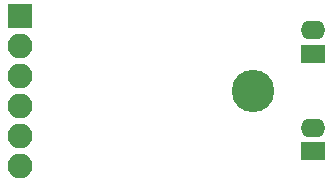
<source format=gbs>
%TF.GenerationSoftware,KiCad,Pcbnew,4.0.7-e2-6376~58~ubuntu16.04.1*%
%TF.CreationDate,2018-01-20T15:53:18+01:00*%
%TF.ProjectId,MotorController,4D6F746F72436F6E74726F6C6C65722E,rev?*%
%TF.FileFunction,Soldermask,Bot*%
%FSLAX46Y46*%
G04 Gerber Fmt 4.6, Leading zero omitted, Abs format (unit mm)*
G04 Created by KiCad (PCBNEW 4.0.7-e2-6376~58~ubuntu16.04.1) date Sat Jan 20 15:53:18 2018*
%MOMM*%
%LPD*%
G01*
G04 APERTURE LIST*
%ADD10C,0.100000*%
%ADD11R,2.100000X1.600000*%
%ADD12O,2.100000X1.600000*%
%ADD13R,2.100000X2.100000*%
%ADD14O,2.100000X2.100000*%
%ADD15C,3.600000*%
G04 APERTURE END LIST*
D10*
D11*
X27305000Y-13970000D03*
D12*
X27305000Y-11970000D03*
D11*
X27305000Y-5715000D03*
D12*
X27305000Y-3715000D03*
D13*
X2540000Y-2540000D03*
D14*
X2540000Y-5080000D03*
X2540000Y-7620000D03*
X2540000Y-10160000D03*
X2540000Y-12700000D03*
X2540000Y-15240000D03*
D15*
X22225000Y-8890000D03*
M02*

</source>
